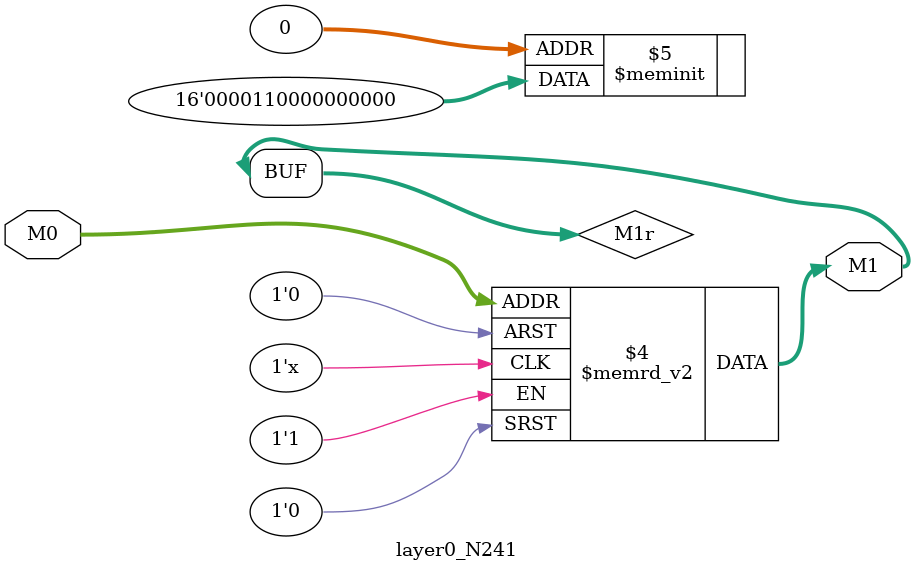
<source format=v>
module layer0_N241 ( input [2:0] M0, output [1:0] M1 );

	(*rom_style = "distributed" *) reg [1:0] M1r;
	assign M1 = M1r;
	always @ (M0) begin
		case (M0)
			3'b000: M1r = 2'b00;
			3'b100: M1r = 2'b00;
			3'b010: M1r = 2'b00;
			3'b110: M1r = 2'b00;
			3'b001: M1r = 2'b00;
			3'b101: M1r = 2'b11;
			3'b011: M1r = 2'b00;
			3'b111: M1r = 2'b00;

		endcase
	end
endmodule

</source>
